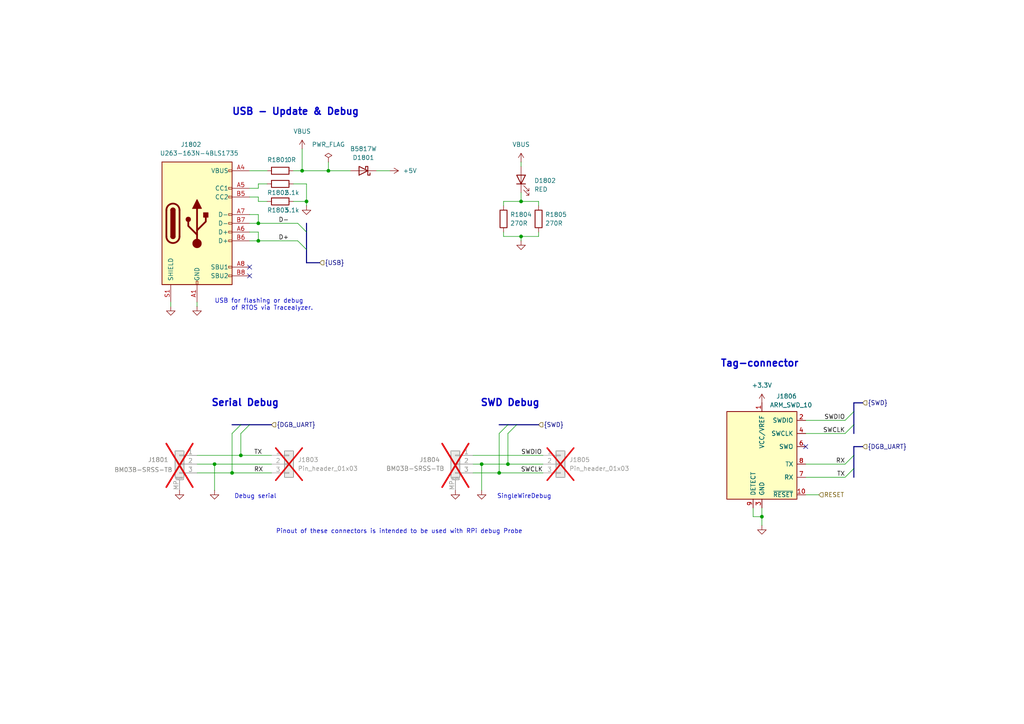
<source format=kicad_sch>
(kicad_sch (version 20231120) (generator "eeschema") (generator_version "8.0")
  (paper "A4")
  (title_block (title "Control board") (date "2024-06-11") (rev "${VERSION}") (company "TrendBit s.r.o.") (comment 1 "Designed by: Petr Malaník"))
  (lib_symbols
    (symbol "Connector:USB_C_Receptacle_USB2.0_16P" (pin_names (offset 1.016))
      (property "Reference" "J" (at 0 22.225 0))
      (property "Value" "USB_C_Receptacle_USB2.0_16P" (at 0 19.685 0))
      (symbol "USB_C_Receptacle_USB2.0_16P_0_0"
        (rectangle (start -0.254 -17.78) (end 0.254 -16.764))
        (rectangle (start 10.16 -14.986) (end 9.144 -15.494))
        (rectangle (start 10.16 -12.446) (end 9.144 -12.954))
        (rectangle (start 10.16 -4.826) (end 9.144 -5.334))
        (rectangle (start 10.16 -2.286) (end 9.144 -2.794))
        (rectangle (start 10.16 0.254) (end 9.144 -0.254))
        (rectangle (start 10.16 2.794) (end 9.144 2.286))
        (rectangle (start 10.16 7.874) (end 9.144 7.366))
        (rectangle (start 10.16 10.414) (end 9.144 9.906))
        (rectangle (start 10.16 15.494) (end 9.144 14.986))
      )
      (symbol "USB_C_Receptacle_USB2.0_16P_0_1"
        (rectangle (start -10.16 17.78) (end 10.16 -17.78) (stroke (width 0.254)) (fill (type background)))
        (arc (start -8.89 -3.81) (mid -6.985 -5.7067) (end -5.08 -3.81) (stroke (width 0.508)))
        (arc (start -7.62 -3.81) (mid -6.985 -4.4423) (end -6.35 -3.81) (stroke (width 0.254)))
        (arc (start -7.62 -3.81) (mid -6.985 -4.4423) (end -6.35 -3.81) (stroke (width 0.254)) (fill (type outline)))
        (rectangle (start -7.62 -3.81) (end -6.35 3.81) (stroke (width 0.254)) (fill (type outline)))
        (arc (start -6.35 3.81) (mid -6.985 4.4423) (end -7.62 3.81) (stroke (width 0.254)))
        (arc (start -6.35 3.81) (mid -6.985 4.4423) (end -7.62 3.81) (stroke (width 0.254)) (fill (type outline)))
        (arc (start -5.08 3.81) (mid -6.985 5.7067) (end -8.89 3.81) (stroke (width 0.508)))
        (circle (center -2.54 1.143) (radius 0.635) (stroke (width 0.254)) (fill (type outline)))
        (circle (center 0 -5.842) (radius 1.27) (fill (type outline)))
        (polyline (pts (xy -8.89 -3.81) (xy -8.89 3.81)) (stroke (width 0.508)))
        (polyline (pts (xy -5.08 3.81) (xy -5.08 -3.81)) (stroke (width 0.508)))
        (polyline (pts (xy 0 -5.842) (xy 0 4.318)) (stroke (width 0.508)))
        (polyline (pts (xy 0 -3.302) (xy -2.54 -0.762) (xy -2.54 0.508)) (stroke (width 0.508)))
        (polyline (pts (xy 0 -2.032) (xy 2.54 0.508) (xy 2.54 1.778)) (stroke (width 0.508)))
        (polyline (pts (xy -1.27 4.318) (xy 0 6.858) (xy 1.27 4.318) (xy -1.27 4.318)) (stroke (width 0.254)) (fill (type outline)))
        (rectangle (start 1.905 1.778) (end 3.175 3.048) (stroke (width 0.254)) (fill (type outline)))
      )
      (symbol "USB_C_Receptacle_USB2.0_16P_1_1"
        (pin passive line (at 0 -22.86 90) (length 5.08) (name "GND") (number "A1"))
        (pin passive line (at 0 -22.86 90) (length 5.08) hide (name "GND") (number "A12"))
        (pin passive line (at 15.24 15.24 180) (length 5.08) (name "VBUS") (number "A4"))
        (pin bidirectional line (at 15.24 10.16 180) (length 5.08) (name "CC1") (number "A5"))
        (pin bidirectional line (at 15.24 -2.54 180) (length 5.08) (name "D+") (number "A6"))
        (pin bidirectional line (at 15.24 2.54 180) (length 5.08) (name "D-") (number "A7"))
        (pin bidirectional line (at 15.24 -12.7 180) (length 5.08) (name "SBU1") (number "A8"))
        (pin passive line (at 15.24 15.24 180) (length 5.08) hide (name "VBUS") (number "A9"))
        (pin passive line (at 0 -22.86 90) (length 5.08) hide (name "GND") (number "B1"))
        (pin passive line (at 0 -22.86 90) (length 5.08) hide (name "GND") (number "B12"))
        (pin passive line (at 15.24 15.24 180) (length 5.08) hide (name "VBUS") (number "B4"))
        (pin bidirectional line (at 15.24 7.62 180) (length 5.08) (name "CC2") (number "B5"))
        (pin bidirectional line (at 15.24 -5.08 180) (length 5.08) (name "D+") (number "B6"))
        (pin bidirectional line (at 15.24 0 180) (length 5.08) (name "D-") (number "B7"))
        (pin bidirectional line (at 15.24 -15.24 180) (length 5.08) (name "SBU2") (number "B8"))
        (pin passive line (at 15.24 15.24 180) (length 5.08) hide (name "VBUS") (number "B9"))
        (pin passive line (at -7.62 -22.86 90) (length 5.08) (name "SHIELD") (number "S1"))
      )
    )
    (symbol "Connector_Generic:Conn_01x03" (pin_names (offset 1.016) hide)
      (property "Reference" "J" (at 0 5.08 0))
      (property "Value" "Conn_01x03" (at 0 -5.08 0))
      (symbol "Conn_01x03_1_1"
        (rectangle (start -1.27 -2.413) (end 0 -2.667) (stroke (width 0.1524)))
        (rectangle (start -1.27 0.127) (end 0 -0.127) (stroke (width 0.1524)))
        (rectangle (start -1.27 2.667) (end 0 2.413) (stroke (width 0.1524)))
        (rectangle (start -1.27 3.81) (end 1.27 -3.81) (stroke (width 0.254)) (fill (type background)))
        (pin passive line (at -5.08 2.54 0) (length 3.81) (name "Pin_1") (number "1"))
        (pin passive line (at -5.08 0 0) (length 3.81) (name "Pin_2") (number "2"))
        (pin passive line (at -5.08 -2.54 0) (length 3.81) (name "Pin_3") (number "3"))
      )
    )
    (symbol "Connector_Generic_MountingPin:Conn_01x03_MountingPin" (pin_names (offset 1.016) hide)
      (property "Reference" "J" (at 0 5.08 0))
      (property "Value" "Conn_01x03_MountingPin" (at 1.27 -5.08 0))
      (symbol "Conn_01x03_MountingPin_1_1"
        (rectangle (start -1.27 -2.413) (end 0 -2.667) (stroke (width 0.1524)))
        (rectangle (start -1.27 0.127) (end 0 -0.127) (stroke (width 0.1524)))
        (rectangle (start -1.27 2.667) (end 0 2.413) (stroke (width 0.1524)))
        (rectangle (start -1.27 3.81) (end 1.27 -3.81) (stroke (width 0.254)) (fill (type background)))
        (polyline (pts (xy -1.016 -4.572) (xy 1.016 -4.572)) (stroke (width 0.1524)))
        (text "Mounting" (at 0 -4.191 0) (effects (font (size 0.381 0.381))))
        (pin passive line (at -5.08 2.54 0) (length 3.81) (name "Pin_1") (number "1"))
        (pin passive line (at -5.08 0 0) (length 3.81) (name "Pin_2") (number "2"))
        (pin passive line (at -5.08 -2.54 0) (length 3.81) (name "Pin_3") (number "3"))
        (pin passive line (at 0 -7.62 90) (length 3.048) (name "MountPin") (number "MP"))
      )
    )
    (symbol "Device:D_Schottky" (pin_numbers hide) (pin_names (offset 1.016) hide)
      (property "Reference" "D" (at 0 2.54 0))
      (property "Value" "D_Schottky" (at 0 -2.54 0))
      (symbol "D_Schottky_0_1"
        (polyline (pts (xy 1.27 0) (xy -1.27 0)))
        (polyline (pts (xy 1.27 1.27) (xy 1.27 -1.27) (xy -1.27 0) (xy 1.27 1.27)) (stroke (width 0.254)))
        (polyline (pts (xy -1.905 0.635) (xy -1.905 1.27) (xy -1.27 1.27) (xy -1.27 -1.27) (xy -0.635 -1.27) (xy -0.635 -0.635)) (stroke (width 0.254)))
      )
      (symbol "D_Schottky_1_1"
        (pin passive line (at -3.81 0 0) (length 2.54) (name "K") (number "1"))
        (pin passive line (at 3.81 0 180) (length 2.54) (name "A") (number "2"))
      )
    )
    (symbol "Device:LED" (pin_numbers hide) (pin_names (offset 1.016) hide)
      (property "Reference" "D" (at 0 2.54 0))
      (property "Value" "LED" (at 0 -2.54 0))
      (symbol "LED_0_1"
        (polyline (pts (xy -1.27 -1.27) (xy -1.27 1.27)) (stroke (width 0.254)))
        (polyline (pts (xy -1.27 0) (xy 1.27 0)))
        (polyline (pts (xy 1.27 -1.27) (xy 1.27 1.27) (xy -1.27 0) (xy 1.27 -1.27)) (stroke (width 0.254)))
        (polyline (pts (xy -3.048 -0.762) (xy -4.572 -2.286) (xy -3.81 -2.286) (xy -4.572 -2.286) (xy -4.572 -1.524)))
        (polyline (pts (xy -1.778 -0.762) (xy -3.302 -2.286) (xy -2.54 -2.286) (xy -3.302 -2.286) (xy -3.302 -1.524)))
      )
      (symbol "LED_1_1"
        (pin passive line (at -3.81 0 0) (length 2.54) (name "K") (number "1"))
        (pin passive line (at 3.81 0 180) (length 2.54) (name "A") (number "2"))
      )
    )
    (symbol "Device:R" (pin_numbers hide) (pin_names (offset 0))
      (property "Reference" "R" (at 2.032 0 90))
      (property "Value" "R" (at 0 0 90))
      (symbol "R_0_1"
        (rectangle (start -1.016 -2.54) (end 1.016 2.54) (stroke (width 0.254)))
      )
      (symbol "R_1_1"
        (pin passive line (at 0 3.81 270) (length 1.27) (name "~") (number "1"))
        (pin passive line (at 0 -3.81 90) (length 1.27) (name "~") (number "2"))
      )
    )
    (symbol "TCY_connectors:Conn_ARM_JTAG_SWD_10" (pin_names (offset 1.016))
      (property "Reference" "J" (at -2.54 16.51 0))
      (property "Value" "ARM_SWD_10" (at -2.54 13.97 0))
      (symbol "Conn_ARM_JTAG_SWD_10_0_1"
        (rectangle (start -10.16 12.7) (end 10.16 -12.7) (stroke (width 0.254)) (fill (type background)))
      )
      (symbol "Conn_ARM_JTAG_SWD_10_1_1"
        (pin power_in line (at 0 15.24 270) (length 2.54) (name "VCC/VREF") (number "1"))
        (pin open_collector line (at 12.7 -11.43 180) (length 2.54) (name "~{RESET}") (number "10"))
        (pin bidirectional line (at 12.7 10.16 180) (length 2.54) (name "SWDIO") (number "2"))
        (pin power_in line (at 0 -15.24 90) (length 2.54) (name "GND") (number "3"))
        (pin output line (at 12.7 6.35 180) (length 2.54) (name "SWCLK") (number "4"))
        (pin passive line (at 0 -15.24 90) (length 2.54) hide (name "GND") (number "5"))
        (pin input line (at 12.7 2.54 180) (length 2.54) (name "SWO") (number "6"))
        (pin input line (at 12.7 -6.35 180) (length 2.54) (name "RX") (number "7"))
        (pin output line (at 12.7 -2.54 180) (length 2.54) (name "TX") (number "8"))
        (pin passive line (at -2.54 -15.24 90) (length 2.54) (name "DETECT") (number "9"))
      )
    )
    (symbol "power:+3.3V" (power) (pin_numbers hide) (pin_names (offset 0) hide)
      (property "Value" "+3.3V" (at 0 3.556 0))
      (symbol "+3.3V_0_1"
        (polyline (pts (xy -0.762 1.27) (xy 0 2.54)))
        (polyline (pts (xy 0 0) (xy 0 2.54)))
        (polyline (pts (xy 0 2.54) (xy 0.762 1.27)))
      )
      (symbol "+3.3V_1_1"
        (pin power_in line (at 0 0 90) (length 0) (name "~") (number "1"))
      )
    )
    (symbol "power:+5V" (power) (pin_numbers hide) (pin_names (offset 0) hide)
      (property "Value" "+5V" (at 0 3.556 0))
      (symbol "+5V_0_1"
        (polyline (pts (xy -0.762 1.27) (xy 0 2.54)))
        (polyline (pts (xy 0 0) (xy 0 2.54)))
        (polyline (pts (xy 0 2.54) (xy 0.762 1.27)))
      )
      (symbol "+5V_1_1"
        (pin power_in line (at 0 0 90) (length 0) (name "~") (number "1"))
      )
    )
    (symbol "power:GND" (power) (pin_numbers hide) (pin_names (offset 0) hide)
      (property "Value" "GND" (at 0 -3.81 0))
      (symbol "GND_0_1"
        (polyline (pts (xy 0 0) (xy 0 -1.27) (xy 1.27 -1.27) (xy 0 -2.54) (xy -1.27 -1.27) (xy 0 -1.27)))
      )
      (symbol "GND_1_1"
        (pin power_in line (at 0 0 270) (length 0) (name "~") (number "1"))
      )
    )
    (symbol "power:PWR_FLAG" (power) (pin_numbers hide) (pin_names (offset 0) hide)
      (property "Value" "PWR_FLAG" (at 0 3.81 0))
      (symbol "PWR_FLAG_0_0"
        (pin power_out line (at 0 0 90) (length 0) (name "~") (number "1"))
      )
      (symbol "PWR_FLAG_0_1"
        (polyline (pts (xy 0 0) (xy 0 1.27) (xy -1.016 1.905) (xy 0 2.54) (xy 1.016 1.905) (xy 0 1.27)))
      )
    )
    (symbol "power:VBUS" (power) (pin_numbers hide) (pin_names (offset 0) hide)
      (property "Value" "VBUS" (at 0 3.556 0))
      (symbol "VBUS_0_1"
        (polyline (pts (xy -0.762 1.27) (xy 0 2.54)))
        (polyline (pts (xy 0 0) (xy 0 2.54)))
        (polyline (pts (xy 0 2.54) (xy 0.762 1.27)))
      )
      (symbol "VBUS_1_1"
        (pin power_in line (at 0 0 90) (length 0) (name "~") (number "1"))
      )
    )
  )
  (junction (at 74.93 64.77))
  (junction (at 151.13 68.58))
  (junction (at 220.98 149.86))
  (junction (at 74.93 69.85))
  (junction (at 88.9 58.42))
  (junction (at 151.13 58.42))
  (junction (at 144.78 137.16))
  (junction (at 62.23 134.62))
  (junction (at 69.85 132.08))
  (junction (at 87.63 49.53))
  (junction (at 147.32 134.62))
  (junction (at 67.31 137.16))
  (junction (at 95.25 49.53))
  (junction (at 139.7 134.62))
  (no_connect (at 72.39 77.47))
  (no_connect (at 233.68 129.54))
  (no_connect (at 72.39 80.01))
  (bus_entry (at 144.78 125.73) (size 2.54 -2.54))
  (bus_entry (at 245.11 134.62) (size 2.54 -2.54))
  (bus_entry (at 147.32 125.73) (size 2.54 -2.54))
  (bus_entry (at 67.31 125.73) (size 2.54 -2.54))
  (bus_entry (at 245.11 121.92) (size 2.54 -2.54))
  (bus_entry (at 245.11 125.73) (size 2.54 -2.54))
  (bus_entry (at 88.9 72.39) (size -2.54 -2.54))
  (bus_entry (at 69.85 125.73) (size 2.54 -2.54))
  (bus_entry (at 245.11 138.43) (size 2.54 -2.54))
  (bus_entry (at 88.9 67.31) (size -2.54 -2.54))
  (wire (pts (xy 220.98 149.86) (xy 220.98 152.4)))
  (wire (pts (xy 72.39 64.77) (xy 74.93 64.77)))
  (wire (pts (xy 69.85 125.73) (xy 69.85 132.08)))
  (wire (pts (xy 147.32 125.73) (xy 147.32 134.62)))
  (bus (pts (xy 88.9 72.39) (xy 88.9 67.31)))
  (wire (pts (xy 85.09 58.42) (xy 88.9 58.42)))
  (wire (pts (xy 146.05 68.58) (xy 146.05 67.31)))
  (wire (pts (xy 218.44 147.32) (xy 218.44 149.86)))
  (wire (pts (xy 218.44 149.86) (xy 220.98 149.86)))
  (wire (pts (xy 151.13 68.58) (xy 156.21 68.58)))
  (bus (pts (xy 247.65 135.89) (xy 247.65 138.43)))
  (wire (pts (xy 74.93 57.15) (xy 74.93 58.42)))
  (wire (pts (xy 146.05 68.58) (xy 151.13 68.58)))
  (wire (pts (xy 57.15 137.16) (xy 67.31 137.16)))
  (bus (pts (xy 247.65 129.54) (xy 250.19 129.54)))
  (wire (pts (xy 74.93 54.61) (xy 74.93 53.34)))
  (bus (pts (xy 247.65 119.38) (xy 247.65 116.84)))
  (bus (pts (xy 247.65 129.54) (xy 247.65 132.08)))
  (wire (pts (xy 88.9 58.42) (xy 88.9 59.69)))
  (wire (pts (xy 74.93 69.85) (xy 86.36 69.85)))
  (wire (pts (xy 95.25 46.99) (xy 95.25 49.53)))
  (wire (pts (xy 144.78 125.73) (xy 144.78 137.16)))
  (wire (pts (xy 137.16 132.08) (xy 157.48 132.08)))
  (wire (pts (xy 77.47 53.34) (xy 74.93 53.34)))
  (wire (pts (xy 77.47 58.42) (xy 74.93 58.42)))
  (wire (pts (xy 156.21 58.42) (xy 156.21 59.69)))
  (wire (pts (xy 72.39 54.61) (xy 74.93 54.61)))
  (wire (pts (xy 67.31 125.73) (xy 67.31 137.16)))
  (wire (pts (xy 88.9 53.34) (xy 88.9 58.42)))
  (wire (pts (xy 146.05 58.42) (xy 151.13 58.42)))
  (wire (pts (xy 87.63 43.18) (xy 87.63 49.53)))
  (bus (pts (xy 88.9 76.2) (xy 88.9 72.39)))
  (bus (pts (xy 147.32 123.19) (xy 149.86 123.19)))
  (wire (pts (xy 151.13 46.99) (xy 151.13 48.26)))
  (wire (pts (xy 220.98 147.32) (xy 220.98 149.86)))
  (wire (pts (xy 139.7 134.62) (xy 137.16 134.62)))
  (wire (pts (xy 109.22 49.53) (xy 113.03 49.53)))
  (wire (pts (xy 77.47 49.53) (xy 72.39 49.53)))
  (wire (pts (xy 49.53 87.63) (xy 49.53 88.9)))
  (bus (pts (xy 149.86 123.19) (xy 156.21 123.19)))
  (wire (pts (xy 74.93 62.23) (xy 72.39 62.23)))
  (bus (pts (xy 247.65 132.08) (xy 247.65 135.89)))
  (wire (pts (xy 139.7 134.62) (xy 147.32 134.62)))
  (wire (pts (xy 233.68 121.92) (xy 245.11 121.92)))
  (wire (pts (xy 233.68 125.73) (xy 245.11 125.73)))
  (bus (pts (xy 88.9 67.31) (xy 88.9 64.77)))
  (wire (pts (xy 137.16 137.16) (xy 144.78 137.16)))
  (bus (pts (xy 92.71 76.2) (xy 88.9 76.2)))
  (wire (pts (xy 72.39 69.85) (xy 74.93 69.85)))
  (wire (pts (xy 95.25 49.53) (xy 101.6 49.53)))
  (bus (pts (xy 247.65 123.19) (xy 247.65 119.38)))
  (wire (pts (xy 146.05 58.42) (xy 146.05 59.69)))
  (wire (pts (xy 57.15 87.63) (xy 57.15 88.9)))
  (wire (pts (xy 74.93 64.77) (xy 74.93 62.23)))
  (wire (pts (xy 156.21 68.58) (xy 156.21 67.31)))
  (bus (pts (xy 72.39 123.19) (xy 78.74 123.19)))
  (bus (pts (xy 247.65 116.84) (xy 250.19 116.84)))
  (wire (pts (xy 151.13 55.88) (xy 151.13 58.42)))
  (wire (pts (xy 72.39 57.15) (xy 74.93 57.15)))
  (wire (pts (xy 74.93 64.77) (xy 86.36 64.77)))
  (wire (pts (xy 74.93 67.31) (xy 72.39 67.31)))
  (wire (pts (xy 139.7 134.62) (xy 139.7 142.24)))
  (wire (pts (xy 85.09 53.34) (xy 88.9 53.34)))
  (bus (pts (xy 67.31 123.19) (xy 69.85 123.19)))
  (wire (pts (xy 147.32 134.62) (xy 157.48 134.62)))
  (wire (pts (xy 57.15 132.08) (xy 69.85 132.08)))
  (wire (pts (xy 233.68 138.43) (xy 245.11 138.43)))
  (wire (pts (xy 151.13 58.42) (xy 156.21 58.42)))
  (wire (pts (xy 69.85 132.08) (xy 78.74 132.08)))
  (wire (pts (xy 57.15 134.62) (xy 62.23 134.62)))
  (wire (pts (xy 87.63 49.53) (xy 95.25 49.53)))
  (wire (pts (xy 62.23 134.62) (xy 62.23 142.24)))
  (bus (pts (xy 247.65 125.73) (xy 247.65 123.19)))
  (wire (pts (xy 67.31 137.16) (xy 78.74 137.16)))
  (bus (pts (xy 144.78 123.19) (xy 147.32 123.19)))
  (wire (pts (xy 144.78 137.16) (xy 157.48 137.16)))
  (bus (pts (xy 69.85 123.19) (xy 72.39 123.19)))
  (wire (pts (xy 233.68 134.62) (xy 245.11 134.62)))
  (wire (pts (xy 74.93 69.85) (xy 74.93 67.31)))
  (wire (pts (xy 62.23 134.62) (xy 78.74 134.62)))
  (wire (pts (xy 151.13 68.58) (xy 151.13 69.85)))
  (wire (pts (xy 85.09 49.53) (xy 87.63 49.53)))
  (wire (pts (xy 233.68 143.51) (xy 237.49 143.51)))
  (text "Serial Debug" (at 71.12 118.11 0) (effects (font (size 2 2) (thickness 0.4) (bold yes)) (justify bottom)))
  (text "Debug serial" (at 67.945 144.78 0) (effects (font (size 1.27 1.27)) (justify left bottom)))
  (text "USB - Update & Debug" (at 85.725 33.655 0) (effects (font (size 2 2) (thickness 0.4) (bold yes)) (justify bottom)))
  (text "SingleWireDebug" (at 144.145 144.78 0) (effects (font (size 1.27 1.27)) (justify left bottom)))
  (text "USB for flashing or debug\n	of RTOS via Tracealyzer." (at 62.23 90.17 0) (effects (font (size 1.27 1.27)) (justify left bottom)))
  (text "SWD Debug" (at 147.955 118.11 0) (effects (font (size 2 2) (thickness 0.4) (bold yes)) (justify bottom)))
  (text "Pinout of these connectors is intended to be used with RPi debug Probe" (at 80.01 154.94 0) (effects (font (size 1.27 1.27)) (justify left bottom)))
  (text "Tag-connector" (at 220.345 106.68 0) (effects (font (size 2 2) (thickness 0.4) (bold yes)) (justify bottom)))
  (label "RX" (at 245.11 134.62 180))
  (label "SWCLK" (at 157.48 137.16 180))
  (label "TX" (at 245.11 138.43 180))
  (label "SWCLK" (at 245.11 125.73 180))
  (label "TX" (at 73.66 132.08 0))
  (label "D-" (at 83.82 64.77 180))
  (label "RX" (at 73.66 137.16 0))
  (label "D+" (at 83.82 69.85 180))
  (label "SWDIO" (at 151.13 132.08 0))
  (label "SWDIO" (at 245.11 121.92 180))
  (hierarchical_label "{SWD}" (shape input) (at 156.21 123.19 0))
  (hierarchical_label "{USB}" (shape input) (at 92.71 76.2 0))
  (hierarchical_label "{SWD}" (shape input) (at 250.19 116.84 0))
  (hierarchical_label "{DGB_UART}" (shape input) (at 250.19 129.54 0))
  (hierarchical_label "RESET" (shape input) (at 237.49 143.51 0))
  (hierarchical_label "{DGB_UART}" (shape input) (at 78.74 123.19 0))
  (symbol (lib_id "Device:R") (at 146.05 63.5 0) (unit 1)
    (property "Reference" "R1804" (at 147.955 62.23 0) (effects (justify left)))
    (property "Value" "270R" (at 147.955 64.77 0) (effects (justify left)))
    (property "Footprint" "Resistor_SMD:R_0603_1608Metric" (effects (hide yes)))
    (property "LCSC" "C22966" (effects (hide yes)))
  )
  (symbol (lib_id "power:GND") (at 52.07 142.24 0) (unit 1)
    (property "Reference" "#PWR01802" (effects (hide yes)))
    (property "Value" "GND" (effects (hide yes)))
    (property "Description" "Power symbol creates a global label with name \"GND\" , ground" (effects (hide yes)))
  )
  (symbol (lib_id "Connector_Generic:Conn_01x03") (at 83.82 134.62 0) (unit 1) (in_bom no) (dnp yes)
    (property "Reference" "J1803" (at 86.36 133.3499 0) (effects (justify left)))
    (property "Value" "Pin_header_01x03" (at 86.36 135.8899 0) (effects (justify left)))
    (property "Footprint" "Connector_PinHeader_2.54mm:PinHeader_1x03_P2.54mm_Vertical" (effects (hide yes)))
    (property "Description" "Generic connector, single row, 01x03, script generated (kicad-library-utils/schlib/autogen/connector/)" (effects (hide yes)))
  )
  (symbol (lib_id "power:VBUS") (at 151.13 46.99 0) (unit 1)
    (property "Reference" "#PWR01810" (effects (hide yes)))
    (property "Value" "VBUS" (at 151.13 41.91 0))
    (property "Description" "Power symbol creates a global label with name \"VBUS\"" (effects (hide yes)))
  )
  (symbol (lib_id "power:GND") (at 62.23 142.24 0) (unit 1)
    (property "Reference" "#PWR01804" (effects (hide yes)))
    (property "Value" "GND" (effects (hide yes)))
    (property "Description" "Power symbol creates a global label with name \"GND\" , ground" (effects (hide yes)))
  )
  (symbol (lib_id "Connector:USB_C_Receptacle_USB2.0_16P") (at 57.15 64.77 0) (unit 1)
    (property "Reference" "J1802" (at 58.42 41.91 0) (effects (justify right)))
    (property "Value" "U263-163N-4BLS1735" (at 69.215 44.45 0) (effects (justify right)))
    (property "Footprint" "Connector_USB:USB_C_Receptacle_GCT_USB4105-xx-A_16P_TopMnt_Horizontal" (effects (hide yes)))
    (property "Datasheet" "https://www.usb.org/sites/default/files/documents/usb_type-c.zip" (effects (hide yes)))
    (property "Description" "USB 2.0-only 16P Type-C Receptacle connector" (effects (hide yes)))
    (property "LCSC" "C393939" (effects (hide yes)))
    (property "MPN" " TYPE-C16PIN" (effects (hide yes)))
  )
  (symbol (lib_id "power:GND") (at 49.53 88.9 0) (mirror y) (unit 1)
    (property "Reference" "#PWR01801" (effects (hide yes)))
    (property "Value" "GND" (effects (hide yes)))
    (property "Description" "Power symbol creates a global label with name \"GND\" , ground" (effects (hide yes)))
  )
  (symbol (lib_id "power:GND") (at 220.98 152.4 0) (unit 1)
    (property "Reference" "#PWR01813" (effects (hide yes)))
    (property "Value" "GND" (effects (hide yes)))
    (property "Description" "Power symbol creates a global label with name \"GND\" , ground" (effects (hide yes)))
  )
  (symbol (lib_id "Device:D_Schottky") (at 105.41 49.53 180) (unit 1)
    (property "Reference" "D1801" (at 105.41 45.72 0))
    (property "Value" "B5817W" (at 105.41 43.18 0))
    (property "Footprint" "Diode_SMD:D_SOD-123" (effects (hide yes)))
    (property "Description" "Schottky diode" (effects (hide yes)))
    (property "LCSC" "C7420328" (effects (hide yes)))
    (property "MPN" "B5817W" (effects (hide yes)))
  )
  (symbol (lib_id "Device:R") (at 81.28 49.53 270) (mirror x) (unit 1)
    (property "Reference" "R1801" (at 77.47 46.355 90) (effects (justify left)))
    (property "Value" "0R" (at 83.185 46.355 90) (effects (justify left)))
    (property "Footprint" "Resistor_SMD:R_0603_1608Metric" (effects (hide yes)))
    (property "LCSC" "C21189" (effects (hide yes)))
  )
  (symbol (lib_id "power:GND") (at 132.08 142.24 0) (unit 1)
    (property "Reference" "#PWR01808" (effects (hide yes)))
    (property "Value" "GND" (effects (hide yes)))
    (property "Description" "Power symbol creates a global label with name \"GND\" , ground" (effects (hide yes)))
  )
  (symbol (lib_id "Device:R") (at 81.28 58.42 270) (mirror x) (unit 1)
    (property "Reference" "R1803" (at 77.47 60.96 90) (effects (justify left)))
    (property "Value" "5.1k" (at 82.55 60.96 90) (effects (justify left)))
    (property "Footprint" "Resistor_SMD:R_0603_1608Metric" (effects (hide yes)))
    (property "LCSC" "C122969" (effects (hide yes)))
  )
  (symbol (lib_id "Device:LED") (at 151.13 52.07 90) (unit 1)
    (property "Reference" "D1802" (at 154.94 52.3875 90) (effects (justify right)))
    (property "Value" "RED" (at 154.94 54.9275 90) (effects (justify right)))
    (property "Footprint" "LED_SMD:LED_0603_1608Metric" (effects (hide yes)))
    (property "Link" "https://cz.mouser.com/ProductDetail/755-SML-D12V8WT86" (effects (hide yes)))
    (property "MPN" "KT-0603R" (effects (hide yes)))
    (property "JLCPCB" "C2286" (effects (hide yes)))
    (property "MPNA" "SML-D12V8WT86 " (effects (hide yes)))
    (property "Mouser" "https://cz.mouser.com/ProductDetail/ROHM-Semiconductor/SML-D12V8WT86?qs=4kLU8WoGk0uh2PhEoCCv1w%3D%3D" (effects (hide yes)))
    (property "LCSC" "C2286" (effects (hide yes)))
  )
  (symbol (lib_id "Connector_Generic_MountingPin:Conn_01x03_MountingPin") (at 132.08 134.62 0) (mirror y) (unit 1) (in_bom no) (dnp yes)
    (property "Reference" "J1804" (at 127.635 133.35 0) (effects (justify left)))
    (property "Value" "BM03B-SRSS-TB" (at 128.905 135.89 0) (effects (justify left)))
    (property "Footprint" "Connector_JST:JST_SH_BM03B-SRSS-TB_1x03-1MP_P1.00mm_Vertical" (effects (hide yes)))
    (property "LCSC" "C160389" (effects (hide yes)))
    (property "MPN" "BM03B-SRSS-TB " (effects (hide yes)))
  )
  (symbol (lib_id "Device:R") (at 156.21 63.5 0) (unit 1)
    (property "Reference" "R1805" (at 158.115 62.23 0) (effects (justify left)))
    (property "Value" "270R" (at 158.115 64.77 0) (effects (justify left)))
    (property "Footprint" "Resistor_SMD:R_0603_1608Metric" (effects (hide yes)))
    (property "LCSC" "C22966" (effects (hide yes)))
  )
  (symbol (lib_id "power:PWR_FLAG") (at 95.25 46.99 0) (unit 1)
    (property "Reference" "#FLG01801" (effects (hide yes)))
    (property "Value" "PWR_FLAG" (at 95.25 41.91 0))
    (property "Description" "Special symbol for telling ERC where power comes from" (effects (hide yes)))
  )
  (symbol (lib_id "power:GND") (at 139.7 142.24 0) (unit 1)
    (property "Reference" "#PWR01809" (effects (hide yes)))
    (property "Value" "GND" (effects (hide yes)))
    (property "Description" "Power symbol creates a global label with name \"GND\" , ground" (effects (hide yes)))
  )
  (symbol (lib_id "power:GND") (at 57.15 88.9 0) (mirror y) (unit 1)
    (property "Reference" "#PWR01803" (effects (hide yes)))
    (property "Value" "GND" (effects (hide yes)))
    (property "Description" "Power symbol creates a global label with name \"GND\" , ground" (effects (hide yes)))
  )
  (symbol (lib_id "power:GND") (at 151.13 69.85 0) (unit 1)
    (property "Reference" "#PWR01811" (effects (hide yes)))
    (property "Value" "GND" (effects (hide yes)))
    (property "Description" "Power symbol creates a global label with name \"GND\" , ground" (effects (hide yes)))
  )
  (symbol (lib_id "Device:R") (at 81.28 53.34 270) (mirror x) (unit 1)
    (property "Reference" "R1802" (at 77.47 55.88 90) (effects (justify left)))
    (property "Value" "5.1k" (at 82.55 55.88 90) (effects (justify left)))
    (property "Footprint" "Resistor_SMD:R_0603_1608Metric" (effects (hide yes)))
    (property "LCSC" "C122969" (effects (hide yes)))
  )
  (symbol (lib_id "power:VBUS") (at 87.63 43.18 0) (unit 1)
    (property "Reference" "#PWR01805" (effects (hide yes)))
    (property "Value" "VBUS" (at 87.63 38.1 0))
    (property "Description" "Power symbol creates a global label with name \"VBUS\"" (effects (hide yes)))
  )
  (symbol (lib_id "power:GND") (at 88.9 59.69 0) (mirror y) (unit 1)
    (property "Reference" "#PWR01806" (effects (hide yes)))
    (property "Value" "GND" (effects (hide yes)))
    (property "Description" "Power symbol creates a global label with name \"GND\" , ground" (effects (hide yes)))
  )
  (symbol (lib_id "Connector_Generic_MountingPin:Conn_01x03_MountingPin") (at 52.07 134.62 0) (mirror y) (unit 1) (in_bom no) (dnp yes)
    (property "Reference" "J1801" (at 48.895 133.35 0) (effects (justify left)))
    (property "Value" "BM03B-SRSS-TB" (at 50.038 136.2529 0) (effects (justify left)))
    (property "Footprint" "Connector_JST:JST_SH_BM03B-SRSS-TB_1x03-1MP_P1.00mm_Vertical" (effects (hide yes)))
    (property "LCSC" "C160389" (effects (hide yes)))
    (property "MPN" "BM03B-SRSS-TB " (effects (hide yes)))
  )
  (symbol (lib_id "TCY_connectors:Conn_ARM_JTAG_SWD_10") (at 220.98 132.08 0) (unit 1) (in_bom no)
    (property "Reference" "J1806" (at 231.14 114.935 0) (effects (justify right)))
    (property "Value" "ARM_SWD_10" (at 235.585 117.475 0) (effects (justify right)))
    (property "Footprint" "Connector:Tag-Connect_TC2050-IDC-NL_2x05_P1.27mm_Vertical_with_bottom_clip" (effects (hide yes)))
    (property "Description" "Cortex Debug Connector, standard ARM Cortex-M SWD and JTAG interface" (effects (hide yes)))
  )
  (symbol (lib_id "Connector_Generic:Conn_01x03") (at 162.56 134.62 0) (unit 1) (in_bom no) (dnp yes)
    (property "Reference" "J1805" (at 165.1 133.3499 0) (effects (justify left)))
    (property "Value" "Pin_header_01x03" (at 165.1 135.8899 0) (effects (justify left)))
    (property "Footprint" "Connector_PinHeader_2.54mm:PinHeader_1x03_P2.54mm_Vertical" (effects (hide yes)))
    (property "Description" "Generic connector, single row, 01x03, script generated (kicad-library-utils/schlib/autogen/connector/)" (effects (hide yes)))
  )
  (symbol (lib_id "power:+5V") (at 113.03 49.53 270) (unit 1)
    (property "Reference" "#PWR01807" (effects (hide yes)))
    (property "Value" "+5V" (at 116.84 49.5299 90) (effects (justify left)))
    (property "Description" "Power symbol creates a global label with name \"+5V\"" (effects (hide yes)))
  )
  (symbol (lib_id "power:+3.3V") (at 220.98 116.84 0) (mirror y) (unit 1)
    (property "Reference" "#PWR01812" (effects (hide yes)))
    (property "Value" "+3.3V" (at 220.98 111.76 0))
    (property "Description" "Power symbol creates a global label with name \"+3.3V\"" (effects (hide yes)))
  )
)
</source>
